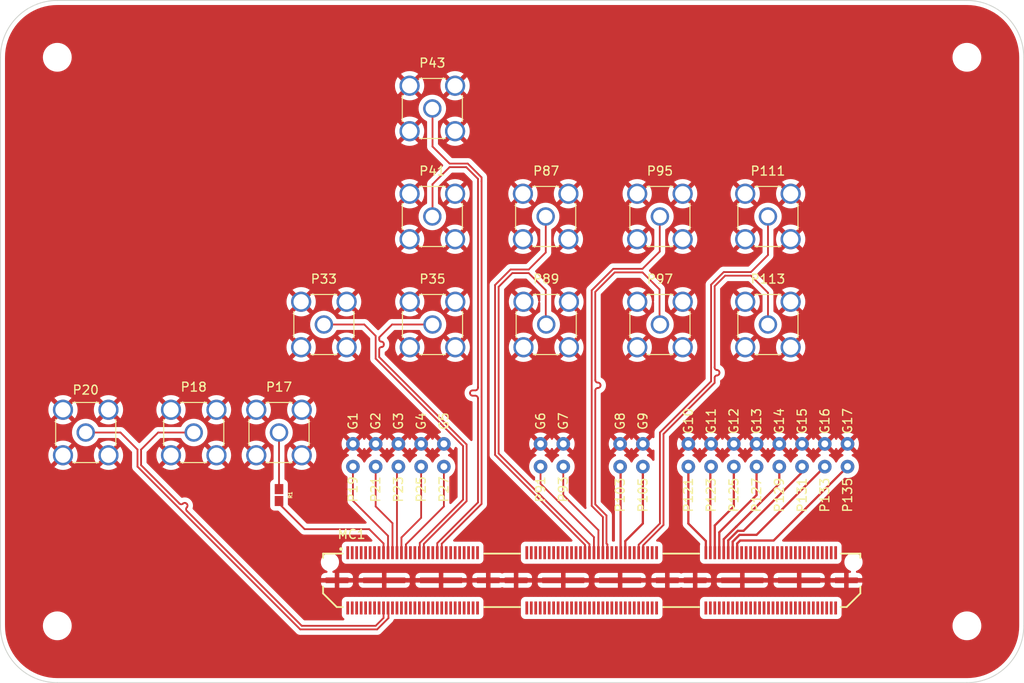
<source format=kicad_pcb>
(kicad_pcb (version 20211014) (generator pcbnew)
  (layers (0 "F.Cu" signal) (31 "B.Cu" signal) (34 "B.Paste" user) (35 "F.Paste" user) (36 "B.SilkS" user "B.Silkscreen") (37 "F.SilkS" user "F.Silkscreen") (38 "B.Mask" user) (39 "F.Mask" user) (44 "Edge.Cuts" user))
  (net 0 "")
  (net 1 "/PORTA_S16")
  (net 2 "/PORTA_S26")
  (net 3 "/PORTA_S24")
  (net 4 "/PORTA_S22")
  (net 5 "/PORTA_S20")
  (net 6 "/PORTA_S18")
  (net 7 "/PORTB_S25")
  (net 8 "/PORTB_S18")
  (net 9 "/PORTB_S16")
  (net 10 "/PORTB_S17")
  (net 11 "GND")
  (net 118 "/MC1B_1 ")
  (net 119 "/MC1B_2")
  (net 120 "/MC1B_5")
  (net 121 "/MC1B_6")
  (net 122 "/MC1B_9")
  (net 123 "/MC1B_10")
  (net 124 "/MC1B_13")
  (net 125 "/MC1B_14")
  (net 170 "/PORTA_P2C_CLK_N")
  (net 171 "/PORTA_P2C_CLK_P")
  (net 172 "/PORTA_S6_D2_N")
  (net 173 "/PORTA_S6_D2_P")
  (net 174 "/PORTB_C2P_CLK_N")
  (net 175 "/PORTB_C2P_CLK_P")
  (net 176 "/PORTB_P2C_CLK_N")
  (net 177 "/PORTB_P2C_CLK_P")
  (net 178 "/PORTB_S15_D7_N")
  (net 179 "/PORTB_S15_D7_P")
  (net 180 "Net-(P17-Pad1)")
  (net 181 "/PORTA_C2P_CLK_N")
  (net 182 "/PORTA_C2P_CLK_P")
  (footprint "Connector_Coaxial:SMA_Amphenol_901-144_Vertical" (layer "F.Cu") (at 92.075 118.11)
    (fp_text reference "P20")
    (fp_text value "PORTA_C2P_CLK_P" hide)
  )
  (footprint "QTH-090-01-X-D-A:Custom_Signal_Hole_Pad-001" (layer "F.Cu") (at 129.54 121.92)
    (fp_text reference "P25")
    (fp_text value "PORTA_S18" hide)
  )
  (footprint "Connector_Coaxial:SMA_Amphenol_901-144_Vertical" (layer "F.Cu") (at 143.44905 93.98)
    (fp_text reference "P87")
    (fp_text value "PORTB_C2P_CLK_N" hide)
  )
  (footprint "MountingHole:MountingHole_2.2mm_M2" (layer "F.Cu") (at 190.5 139.7)
    (fp_text reference "REF**" hide)
    (fp_text value "MountingHole_2.2mm_M2" hide)
  )
  (footprint "QTH-090-01-X-D-A:Custom_Signal_Hole_Pad-001" (layer "F.Cu") (at 127 119.38)
    (fp_text reference "G3")
    (fp_text value "GND" hide)
  )
  (footprint "QTH-090-01-X-D-A:Custom_Signal_Hole_Pad-001" (layer "F.Cu") (at 142.875 119.38)
    (fp_text reference "G6")
    (fp_text value "GND" hide)
  )
  (footprint "Connector_Coaxial:SMA_Amphenol_901-144_Vertical" (layer "F.Cu") (at 156.215629 106.045)
    (fp_text reference "P97")
    (fp_text value "PORTB_P2C_CLK_P" hide)
  )
  (footprint "QTH-090-01-X-D-A:Custom_Signal_Hole_Pad-001" (layer "F.Cu") (at 159.385 121.92)
    (fp_text reference "P121")
    (fp_text value "MC1B_1 " hide)
  )
  (footprint "QTH-090-01-X-D-A:Custom_Signal_Hole_Pad-001" (layer "F.Cu") (at 172.085 121.92)
    (fp_text reference "P131")
    (fp_text value "MC1B_10" hide)
  )
  (footprint "QTH-090-01-X-D-A:Custom_Signal_Hole_Pad-001" (layer "F.Cu") (at 142.875 121.92)
    (fp_text reference "P91")
    (fp_text value "PB_S25" hide)
  )
  (footprint "RCP0603W50R0GEB:RESC1608X59N" (layer "F.Cu") (at 113.665 125.095 -90)
    (fp_text reference "R1")
    (fp_text value "50")
  )
  (footprint "MountingHole:MountingHole_2.2mm_M2" (layer "F.Cu") (at 88.9 139.7)
    (fp_text reference "REF**" hide)
    (fp_text value "MountingHole_2.2mm_M2" hide)
  )
  (footprint "QTH-090-01-X-D-A:Custom_Signal_Hole_Pad-001" (layer "F.Cu") (at 132.08 119.38)
    (fp_text reference "G5")
    (fp_text value "GND" hide)
  )
  (footprint "Connector_Coaxial:SMA_Amphenol_901-144_Vertical" (layer "F.Cu") (at 130.789684 93.98)
    (fp_text reference "P41")
    (fp_text value "PORTA_S6_D2_N" hide)
  )
  (footprint "QTH-090-01-X-D-A:Custom_Signal_Hole_Pad-001" (layer "F.Cu") (at 159.385 119.38)
    (fp_text reference "G10")
    (fp_text value "GND" hide)
  )
  (footprint "Connector_Coaxial:SMA_Amphenol_901-144_Vertical" (layer "F.Cu") (at 113.665 118.11)
    (fp_text reference "P17")
    (fp_text value "PORTA_S26" hide)
  )
  (footprint "Connector_Coaxial:SMA_Amphenol_901-144_Vertical" (layer "F.Cu") (at 118.67625 106.045)
    (fp_text reference "P33")
    (fp_text value "PORTA_P2C_CLK_N" hide)
  )
  (footprint "QTH-090-01-X-D-A:Custom_Signal_Hole_Pad-001" (layer "F.Cu") (at 161.925 121.92)
    (fp_text reference "P123")
    (fp_text value "MC1B_2" hide)
  )
  (footprint "Connector_Coaxial:SMA_Amphenol_901-144_Vertical" (layer "F.Cu") (at 143.51 106.045)
    (fp_text reference "P89")
    (fp_text value "PORTB_C2P_CLK_P" hide)
  )
  (footprint "QTH-090-01-X-D-A:Custom_Signal_Hole_Pad-001" (layer "F.Cu") (at 164.465 119.38)
    (fp_text reference "G12")
    (fp_text value "GND" hide)
  )
  (footprint "QTH-090-01-X-D-A:Custom_Signal_Hole_Pad-001" (layer "F.Cu") (at 151.765 119.38)
    (fp_text reference "G8")
    (fp_text value "GND" hide)
  )
  (footprint "QTH-090-01-X-D-A:Custom_Signal_Hole_Pad-001" (layer "F.Cu") (at 154.305 119.38)
    (fp_text reference "G9")
    (fp_text value "GND" hide)
  )
  (footprint "Connector_Coaxial:SMA_Amphenol_901-144_Vertical" (layer "F.Cu") (at 168.275 93.98)
    (fp_text reference "P111")
    (fp_text value "PORTB_S15_D7_N" hide)
  )
  (footprint "QTH-090-01-X-D-A:Custom_Signal_Hole_Pad-001" (layer "F.Cu") (at 172.085 119.38)
    (fp_text reference "G15")
    (fp_text value "GND" hide)
  )
  (footprint "QTH-090-01-X-D-A:Custom_Signal_Hole_Pad-001" (layer "F.Cu") (at 177.165 119.38)
    (fp_text reference "G17")
    (fp_text value "GND" hide)
  )
  (footprint "QTH-090-01-X-D-A:Custom_Signal_Hole_Pad-001" (layer "F.Cu") (at 177.165 121.92)
    (fp_text reference "P135")
    (fp_text value "MC1B_14" hide)
  )
  (footprint "QTH-090-01-X-D-A:Custom_Signal_Hole_Pad-001" (layer "F.Cu") (at 174.625 121.92)
    (fp_text reference "P133")
    (fp_text value "MC1B_13" hide)
  )
  (footprint "QTH-090-01-X-D-A:Custom_Signal_Hole_Pad-001" (layer "F.Cu") (at 174.625 119.38)
    (fp_text reference "G16")
    (fp_text value "GND" hide)
  )
  (footprint "Connector_Coaxial:SMA_Amphenol_901-144_Vertical" (layer "F.Cu") (at 130.789684 81.915)
    (fp_text reference "P43")
    (fp_text value "PORTA_S6_D2_P" hide)
  )
  (footprint "QTH-090-01-X-D-A:Custom_Signal_Hole_Pad-001" (layer "F.Cu") (at 169.545 121.92)
    (fp_text reference "P129")
    (fp_text value "MC1B_9" hide)
  )
  (footprint "QTH-090-01-X-D-A:Custom_Signal_Hole_Pad-001" (layer "F.Cu") (at 124.46 121.92)
    (fp_text reference "P21")
    (fp_text value "PORTA_S22" hide)
  )
  (footprint "MountingHole:MountingHole_2.2mm_M2" (layer "F.Cu") (at 88.9 76.2)
    (fp_text reference "REF**" hide)
    (fp_text value "MountingHole_2.2mm_M2" hide)
  )
  (footprint "QTH-090-01-X-D-A:Custom_Signal_Hole_Pad-001" (layer "F.Cu") (at 145.415 119.38)
    (fp_text reference "G7")
    (fp_text value "GND" hide)
  )
  (footprint "QTH-090-01-X-D-A:Custom_Signal_Hole_Pad-001" (layer "F.Cu") (at 169.545 119.38)
    (fp_text reference "G14")
    (fp_text value "GND" hide)
  )
  (footprint "Connector_Coaxial:SMA_Amphenol_901-144_Vertical" (layer "F.Cu") (at 104.14 118.11)
    (fp_text reference "P18")
    (fp_text value "PORTA_C2P_CLK_N" hide)
  )
  (footprint "Connector_Coaxial:SMA_Amphenol_901-144_Vertical" (layer "F.Cu") (at 130.81 106.045)
    (fp_text reference "P35")
    (fp_text value "PORTA_P2C_CLK_P" hide)
  )
  (footprint "QTH-090-01-X-D-A:Custom_Signal_Hole_Pad-001" (layer "F.Cu") (at 124.46 119.38)
    (fp_text reference "G2")
    (fp_text value "GND" hide)
  )
  (footprint "QTH-090-01-X-D-A:SAMTEC_QTH-090-01-X-D-A" (layer "F.Cu") (at 148.59 134.62)
    (fp_text reference "MC1")
    (fp_text value "QTH-090-01-F-D-A")
  )
  (footprint "QTH-090-01-X-D-A:Custom_Signal_Hole_Pad-001" (layer "F.Cu") (at 164.465 121.92)
    (fp_text reference "P125")
    (fp_text value "MC1B_5" hide)
  )
  (footprint "Connector_Coaxial:SMA_Amphenol_901-144_Vertical" (layer "F.Cu") (at 156.21 93.98)
    (fp_text reference "P95")
    (fp_text value "PORTB_P2C_CLK_N" hide)
  )
  (footprint "QTH-090-01-X-D-A:Custom_Signal_Hole_Pad-001" (layer "F.Cu") (at 129.54 119.38)
    (fp_text reference "G4")
    (fp_text value "GND" hide)
  )
  (footprint "QTH-090-01-X-D-A:Custom_Signal_Hole_Pad-001" (layer "F.Cu") (at 145.415 121.92)
    (fp_text reference "P93")
    (fp_text value "PB_S18" hide)
  )
  (footprint "QTH-090-01-X-D-A:Custom_Signal_Hole_Pad-001" (layer "F.Cu") (at 167.005 121.92)
    (fp_text reference "P127")
    (fp_text value "MC1B_6" hide)
  )
  (footprint "QTH-090-01-X-D-A:Custom_Signal_Hole_Pad-001" (layer "F.Cu") (at 167.005 119.38)
    (fp_text reference "G13")
    (fp_text value "GND" hide)
  )
  (footprint "QTH-090-01-X-D-A:Custom_Signal_Hole_Pad-001" (layer "F.Cu") (at 127 121.92)
    (fp_text reference "P23")
    (fp_text value "PORTA_S20" hide)
  )
  (footprint "QTH-090-01-X-D-A:Custom_Signal_Hole_Pad-001" (layer "F.Cu") (at 121.92 119.38)
    (fp_text reference "G1")
    (fp_text value "GND" hide)
  )
  (footprint "MountingHole:MountingHole_2.2mm_M2" (layer "F.Cu") (at 190.5 76.2)
    (fp_text reference "REF**" hide)
    (fp_text value "MountingHole_2.2mm_M2" hide)
  )
  (footprint "QTH-090-01-X-D-A:Custom_Signal_Hole_Pad-001" (layer "F.Cu") (at 151.765 121.92)
    (fp_text reference "P103")
    (fp_text value "PB_S16" hide)
  )
  (footprint "QTH-090-01-X-D-A:Custom_Signal_Hole_Pad-001" (layer "F.Cu") (at 154.305 121.92)
    (fp_text reference "P105")
    (fp_text value "PB_S17" hide)
  )
  (footprint "QTH-090-01-X-D-A:Custom_Signal_Hole_Pad-001" (layer "F.Cu") (at 132.08 121.92)
    (fp_text reference "P27")
    (fp_text value "PORTA_S16" hide)
  )
  (footprint "QTH-090-01-X-D-A:Custom_Signal_Hole_Pad-001" (layer "F.Cu") (at 161.925 119.38)
    (fp_text reference "G11")
    (fp_text value "GND" hide)
  )
  (footprint "QTH-090-01-X-D-A:Custom_Signal_Hole_Pad-001" (layer "F.Cu") (at 121.92 121.92)
    (fp_text reference "P19")
    (fp_text value "PORTA_S24" hide)
  )
  (footprint "Connector_Coaxial:SMA_Amphenol_901-144_Vertical" (layer "F.Cu") (at 168.275 106.045)
    (fp_text reference "P113")
    (fp_text value "PORTB_S15_D7_P" hide)
  )
  (gr_line (start 88.9 146.05) (end 190.5 146.05) (layer "Edge.Cuts") (width 0.1))
  (gr_line (start 190.5 69.85) (end 88.9 69.85) (layer "Edge.Cuts") (width 0.1))
  (gr_arc (start 196.85 139.7) (mid 194.990128 144.190128) (end 190.5 146.05) (layer "Edge.Cuts") (width 0.1))
  (gr_line (start 196.85 139.7) (end 196.85 76.2) (layer "Edge.Cuts") (width 0.1))
  (gr_arc (start 190.5 69.85) (mid 194.990128 71.709872) (end 196.85 76.2) (layer "Edge.Cuts") (width 0.1))
  (gr_arc (start 88.9 146.05) (mid 84.409872 144.190128) (end 82.55 139.7) (layer "Edge.Cuts") (width 0.1))
  (gr_arc (start 82.55 76.2) (mid 84.409872 71.709872) (end 88.9 69.85) (layer "Edge.Cuts") (width 0.1))
  (gr_line (start 82.55 76.2) (end 82.55 139.7) (layer "Edge.Cuts") (width 0.1))
  (segment (start 127.84 131.534) (end 127.84 130.605) (width 0.2) (layer "F.Cu") (net 1))
  (segment (start 127.84 130.605) (end 132.08 126.365) (width 0.2) (layer "F.Cu") (net 1))
  (segment (start 132.08 126.365) (end 132.08 121.92) (width 0.2) (layer "F.Cu") (net 1))
  (segment (start 113.665 125.759) (end 113.665 126.0475) (width 0.2) (layer "F.Cu") (net 2))
  (segment (start 116.5225 128.905) (end 123.7385 128.905) (width 0.2) (layer "F.Cu") (net 2))
  (segment (start 123.7385 128.905) (end 125.34 130.5065) (width 0.2) (layer "F.Cu") (net 2))
  (segment (start 125.34 130.5065) (end 125.34 131.534) (width 0.2) (layer "F.Cu") (net 2))
  (segment (start 113.665 126.0475) (end 116.5225 128.905) (width 0.2) (layer "F.Cu") (net 2))
  (segment (start 125.84 131.534) (end 125.84 129.65) (width 0.2) (layer "F.Cu") (net 3))
  (segment (start 125.84 129.65) (end 121.92 125.73) (width 0.2) (layer "F.Cu") (net 3))
  (segment (start 121.92 125.73) (end 121.92 121.92) (width 0.2) (layer "F.Cu") (net 3))
  (segment (start 126.34 128.245) (end 124.46 126.365) (width 0.2) (layer "F.Cu") (net 4))
  (segment (start 124.46 126.365) (end 124.46 121.92) (width 0.2) (layer "F.Cu") (net 4))
  (segment (start 126.34 131.534) (end 126.34 128.245) (width 0.2) (layer "F.Cu") (net 4))
  (segment (start 126.84 122.08) (end 127 121.92) (width 0.25) (layer "F.Cu") (net 5))
  (segment (start 126.84 131.534) (end 126.84 122.08) (width 0.2) (layer "F.Cu") (net 5))
  (segment (start 127.34 131.534) (end 127.34 129.835) (width 0.2) (layer "F.Cu") (net 6))
  (segment (start 129.54 127.635) (end 129.54 121.92) (width 0.2) (layer "F.Cu") (net 6))
  (segment (start 127.34 129.835) (end 129.54 127.635) (width 0.2) (layer "F.Cu") (net 6))
  (segment (start 142.875 123.825) (end 148.84 129.79) (width 0.2) (layer "F.Cu") (net 7))
  (segment (start 142.875 121.92) (end 142.875 123.825) (width 0.2) (layer "F.Cu") (net 7))
  (segment (start 148.84 129.79) (end 148.84 131.534) (width 0.2) (layer "F.Cu") (net 7))
  (segment (start 145.415 121.92) (end 145.415 122.555) (width 0.25) (layer "F.Cu") (net 8))
  (segment (start 145.415 125.095) (end 149.34 129.02) (width 0.2) (layer "F.Cu") (net 8))
  (segment (start 145.415 122.555) (end 145.415 125.095) (width 0.2) (layer "F.Cu") (net 8))
  (segment (start 149.34 129.02) (end 149.34 131.534) (width 0.2) (layer "F.Cu") (net 8))
  (segment (start 151.765 121.92) (end 151.8175 121.9725) (width 0.25) (layer "F.Cu") (net 9))
  (segment (start 151.8175 121.9725) (end 151.8175 132.08) (width 0.25) (layer "F.Cu") (net 9))
  (segment (start 154.305 128.27) (end 154.305 121.92) (width 0.25) (layer "F.Cu") (net 10))
  (segment (start 152.34 130.235) (end 154.305 128.27) (width 0.25) (layer "F.Cu") (net 10))
  (segment (start 152.34 131.534) (end 152.34 130.235) (width 0.25) (layer "F.Cu") (net 10))
  (segment (start 165.415 134.62) (end 171.765 134.62) (width 0.25) (layer "F.Cu") (net 11))
  (segment (start 140.145 134.62) (end 145.415 134.62) (width 0.25) (layer "F.Cu") (net 11))
  (segment (start 171.765 134.62) (end 177.035 134.62) (width 0.25) (layer "F.Cu") (net 11))
  (segment (start 157.035 134.62) (end 160.145 134.62) (width 0.25) (layer "F.Cu") (net 11))
  (segment (start 131.765 134.62) (end 137.035 134.62) (width 0.25) (layer "F.Cu") (net 11))
  (segment (start 125.415 134.62) (end 131.765 134.62) (width 0.25) (layer "F.Cu") (net 11))
  (segment (start 137.035 134.62) (end 140.145 134.62) (width 0.25) (layer "F.Cu") (net 11))
  (segment (start 120.145 134.62) (end 125.415 134.62) (width 0.25) (layer "F.Cu") (net 11))
  (segment (start 160.145 134.62) (end 165.415 134.62) (width 0.25) (layer "F.Cu") (net 11))
  (segment (start 151.765 134.62) (end 157.035 134.62) (width 0.25) (layer "F.Cu") (net 11))
  (segment (start 145.415 134.62) (end 151.765 134.62) (width 0.25) (layer "F.Cu") (net 11))
  (segment (start 161.34 131.534) (end 161.34 130.225) (width 0.25) (layer "F.Cu") (net 118))
  (segment (start 159.385 128.27) (end 159.385 121.92) (width 0.25) (layer "F.Cu") (net 118))
  (segment (start 161.34 130.225) (end 159.385 128.27) (width 0.25) (layer "F.Cu") (net 118))
  (segment (start 161.84 131.534) (end 161.84 122.005) (width 0.25) (layer "F.Cu") (net 119))
  (segment (start 161.84 122.005) (end 161.925 121.92) (width 0.25) (layer "F.Cu") (net 119))
  (segment (start 162.34 131.534) (end 162.34 128.49) (width 0.25) (layer "F.Cu") (net 120))
  (segment (start 164.465 126.365) (end 164.465 121.92) (width 0.25) (layer "F.Cu") (net 120))
  (segment (start 162.34 128.49) (end 164.465 126.365) (width 0.25) (layer "F.Cu") (net 120))
  (segment (start 162.84 131.534) (end 162.84 129.26) (width 0.25) (layer "F.Cu") (net 121))
  (segment (start 162.84 129.26) (end 167.005 125.095) (width 0.25) (layer "F.Cu") (net 121))
  (segment (start 167.005 125.095) (end 167.005 121.92) (width 0.25) (layer "F.Cu") (net 121))
  (segment (start 169.545 121.92) (end 169.545 123.825) (width 0.25) (layer "F.Cu") (net 122))
  (segment (start 169.545 123.825) (end 164.73 128.64) (width 0.25) (layer "F.Cu") (net 122))
  (segment (start 164.73 128.64) (end 164.725812 128.64) (width 0.25) (layer "F.Cu") (net 122))
  (segment (start 164.725812 128.64) (end 163.34 130.025812) (width 0.25) (layer "F.Cu") (net 122))
  (segment (start 163.34 130.025812) (end 163.34 131.534) (width 0.25) (layer "F.Cu") (net 122))
  (segment (start 172.085 121.92) (end 172.085 122.555) (width 0.25) (layer "F.Cu") (net 123))
  (segment (start 164.912208 129.09) (end 163.84 130.162208) (width 0.25) (layer "F.Cu") (net 123))
  (segment (start 172.085 122.555) (end 165.55 129.09) (width 0.25) (layer "F.Cu") (net 123))
  (segment (start 165.55 129.09) (end 164.912208 129.09) (width 0.25) (layer "F.Cu") (net 123))
  (segment (start 163.84 130.162208) (end 163.84 131.534) (width 0.25) (layer "F.Cu") (net 123))
  (segment (start 167.005 129.54) (end 165.098604 129.54) (width 0.25) (layer "F.Cu") (net 124))
  (segment (start 165.098604 129.54) (end 164.34 130.298604) (width 0.25) (layer "F.Cu") (net 124))
  (segment (start 174.625 121.92) (end 167.005 129.54) (width 0.25) (layer "F.Cu") (net 124))
  (segment (start 164.34 130.298604) (end 164.34 131.534) (width 0.25) (layer "F.Cu") (net 124))
  (segment (start 168.91 130.175) (end 165.1715 130.175) (width 0.25) (layer "F.Cu") (net 125))
  (segment (start 164.84 130.5065) (end 164.84 131.534) (width 0.25) (layer "F.Cu") (net 125))
  (segment (start 165.1715 130.175) (end 164.84 130.5065) (width 0.25) (layer "F.Cu") (net 125))
  (segment (start 177.165 121.92) (end 168.91 130.175) (width 0.25) (layer "F.Cu") (net 125))
  (segment (start 123.19 106.045) (end 118.67625 106.045) (width 0.2) (layer "F.Cu") (net 170))
  (segment (start 129.3875 130.443314) (end 134.22 125.610814) (width 0.2) (layer "F.Cu") (net 170))
  (segment (start 134.22 119.615) (end 124.46 109.855) (width 0.2) (layer "F.Cu") (net 170))
  (segment (start 124.46 109.855) (end 124.46 107.315) (width 0.2) (layer "F.Cu") (net 170))
  (segment (start 124.46 107.315) (end 123.19 106.045) (width 0.2) (layer "F.Cu") (net 170))
  (segment (start 134.22 125.610814) (end 134.22 119.615) (width 0.2) (layer "F.Cu") (net 170))
  (segment (start 129.3875 132.08) (end 129.3875 130.443314) (width 0.2) (layer "F.Cu") (net 170))
  (segment (start 125.113401 107.9666) (end 125.1134 107.9666) (width 0.2) (layer "F.Cu") (net 171))
  (segment (start 125.1134 108.5666) (end 125.113401 108.5666) (width 0.2) (layer "F.Cu") (net 171))
  (segment (start 134.62 119.449315) (end 124.86 109.689314) (width 0.2) (layer "F.Cu") (net 171))
  (segment (start 124.86 109.689314) (end 124.86 108.82) (width 0.2) (layer "F.Cu") (net 171))
  (segment (start 129.84 131.534) (end 129.84 130.5565) (width 0.2) (layer "F.Cu") (net 171))
  (segment (start 134.62 125.7765) (end 134.62 119.449315) (width 0.2) (layer "F.Cu") (net 171))
  (segment (start 124.86 107.480686) (end 126.295686 106.045) (width 0.2) (layer "F.Cu") (net 171))
  (segment (start 126.295686 106.045) (end 130.81 106.045) (width 0.2) (layer "F.Cu") (net 171))
  (segment (start 125.366801 108.3132) (end 125.366801 108.22) (width 0.2) (layer "F.Cu") (net 171))
  (segment (start 124.86 107.62) (end 124.86 107.480686) (width 0.2) (layer "F.Cu") (net 171))
  (segment (start 124.86 107.7132) (end 124.86 107.62) (width 0.2) (layer "F.Cu") (net 171))
  (segment (start 129.84 130.5565) (end 134.62 125.7765) (width 0.2) (layer "F.Cu") (net 171))
  (arc (start 124.86 108.82) (mid 124.934219 108.640819) (end 125.1134 108.5666) (width 0.2) (layer "F.Cu") (net 171))
  (arc (start 125.1134 107.9666) (mid 124.934219 107.892381) (end 124.86 107.7132) (width 0.2) (layer "F.Cu") (net 171))
  (arc (start 125.113401 108.5666) (mid 125.292582 108.492381) (end 125.366801 108.3132) (width 0.2) (layer "F.Cu") (net 171))
  (arc (start 125.366801 108.22) (mid 125.292582 108.040819) (end 125.113401 107.9666) (width 0.2) (layer "F.Cu") (net 171))
  (segment (start 131.34 131.534) (end 131.34 130.469604) (width 0.2) (layer "F.Cu") (net 172))
  (segment (start 131.34 130.469604) (end 135.89 125.919604) (width 0.2) (layer "F.Cu") (net 172))
  (segment (start 135.89 89.784595) (end 135.89123 89.783365) (width 0.2) (layer "F.Cu") (net 172))
  (segment (start 135.89 113.1) (end 135.89 113.05) (width 0.2) (layer "F.Cu") (net 172))
  (segment (start 135.89 125.919604) (end 135.89 114.3) (width 0.2) (layer "F.Cu") (net 172))
  (segment (start 130.81123 90.37686) (end 130.81123 93.958454) (width 0.2) (layer "F.Cu") (net 172))
  (segment (start 132.71623 88.47186) (end 130.81123 90.37686) (width 0.2) (layer "F.Cu") (net 172))
  (segment (start 135.59 114) (end 135.297455 114) (width 0.2) (layer "F.Cu") (net 172))
  (segment (start 134.579725 88.47186) (end 132.71623 88.47186) (width 0.2) (layer "F.Cu") (net 172))
  (segment (start 135.89123 89.783365) (end 134.579725 88.47186) (width 0.2) (layer "F.Cu") (net 172))
  (segment (start 130.81123 93.958454) (end 130.789684 93.98) (width 0.2) (layer "F.Cu") (net 172))
  (segment (start 135.89 113.05) (end 135.89 89.784595) (width 0.2) (layer "F.Cu") (net 172))
  (segment (start 135.297455 113.4) (end 135.59 113.4) (width 0.2) (layer "F.Cu") (net 172))
  (arc (start 134.997455 113.7) (mid 135.085323 113.487868) (end 135.297455 113.4) (width 0.2) (layer "F.Cu") (net 172))
  (arc (start 135.89 114.3) (mid 135.802132 114.087868) (end 135.59 114) (width 0.2) (layer "F.Cu") (net 172))
  (arc (start 135.297455 114) (mid 135.085323 113.912132) (end 134.997455 113.7) (width 0.2) (layer "F.Cu") (net 172))
  (arc (start 135.59 113.4) (mid 135.802132 113.312132) (end 135.89 113.1) (width 0.2) (layer "F.Cu") (net 172))
  (segment (start 131.84 130.53529) (end 131.84 131.534) (width 0.2) (layer "F.Cu") (net 173))
  (segment (start 136.29 126.08529) (end 131.84 130.53529) (width 0.2) (layer "F.Cu") (net 173))
  (segment (start 134.745411 88.07186) (end 136.29123 89.617679) (width 0.2) (layer "F.Cu") (net 173))
  (segment (start 132.71623 88.07186) (end 134.745411 88.07186) (width 0.2) (layer "F.Cu") (net 173))
  (segment (start 136.29123 89.617679) (end 136.29123 90.044589) (width 0.2) (layer "F.Cu") (net 173))
  (segment (start 130.789684 81.915) (end 130.81 81.935316) (width 0.2) (layer "F.Cu") (net 173))
  (segment (start 136.29123 90.044589) (end 136.29 90.045819) (width 0.2) (layer "F.Cu") (net 173))
  (segment (start 136.29 90.045819) (end 136.29 126.08529) (width 0.2) (layer "F.Cu") (net 173))
  (segment (start 130.789684 81.915) (end 130.81123 81.936546) (width 0.2) (layer "F.Cu") (net 173))
  (segment (start 130.81123 81.936546) (end 130.81123 86.16686) (width 0.2) (layer "F.Cu") (net 173))
  (segment (start 130.81123 86.16686) (end 132.71623 88.07186) (width 0.2) (layer "F.Cu") (net 173))
  (segment (start 143.459338 93.990288) (end 143.459338 97.997824) (width 0.2) (layer "F.Cu") (net 174))
  (segment (start 147.84 130.658593) (end 147.84 131.534) (width 0.2) (layer "F.Cu") (net 174))
  (segment (start 141.554338 99.902824) (end 139.526833 99.902824) (width 0.2) (layer "F.Cu") (net 174))
  (segment (start 143.44905 93.98) (end 143.459338 93.990288) (width 0.2) (layer "F.Cu") (net 174))
  (segment (start 137.795 101.634657) (end 137.795 120.613593) (width 0.2) (layer "F.Cu") (net 174))
  (segment (start 139.526833 99.902824) (end 137.795 101.634657) (width 0.2) (layer "F.Cu") (net 174))
  (segment (start 143.459338 97.997824) (end 141.554338 99.902824) (width 0.2) (layer "F.Cu") (net 174))
  (segment (start 137.795 120.613593) (end 147.84 130.658593) (width 0.2) (layer "F.Cu") (net 174))
  (segment (start 143.459338 105.994338) (end 143.459338 102.207824) (width 0.2) (layer "F.Cu") (net 175))
  (segment (start 138.195 101.835) (end 138.195 120.447907) (width 0.2) (layer "F.Cu") (net 175))
  (segment (start 141.554338 100.302824) (end 139.727176 100.302824) (width 0.2) (layer "F.Cu") (net 175))
  (segment (start 148.34 130.592907) (end 148.34 131.534) (width 0.2) (layer "F.Cu") (net 175))
  (segment (start 139.727176 100.302824) (end 138.195 101.835) (width 0.2) (layer "F.Cu") (net 175))
  (segment (start 143.459338 102.207824) (end 141.554338 100.302824) (width 0.2) (layer "F.Cu") (net 175))
  (segment (start 138.195 120.447907) (end 148.34 130.592907) (width 0.2) (layer "F.Cu") (net 175))
  (segment (start 156.192852 97.894749) (end 154.262391 99.82521) (width 0.2) (layer "F.Cu") (net 176))
  (segment (start 156.21 93.98) (end 156.192852 93.997148) (width 0.2) (layer "F.Cu") (net 176))
  (segment (start 156.192852 93.997148) (end 156.192852 97.894749) (width 0.2) (layer "F.Cu") (net 176))
  (segment (start 149.84 127.545686) (end 149.84 131.534) (width 0.2) (layer "F.Cu") (net 176))
  (segment (start 154.262391 99.82521) (end 150.99979 99.82521) (width 0.2) (layer "F.Cu") (net 176))
  (segment (start 148.59 102.235) (end 148.59 126.295686) (width 0.2) (layer "F.Cu") (net 176))
  (segment (start 150.99979 99.82521) (end 148.59 102.235) (width 0.2) (layer "F.Cu") (net 176))
  (segment (start 148.59 126.295686) (end 149.84 127.545686) (width 0.2) (layer "F.Cu") (net 176))
  (segment (start 148.99 112.23) (end 148.99 102.400686) (width 0.2) (layer "F.Cu") (net 177))
  (segment (start 154.262391 100.22521) (end 156.167391 102.13021) (width 0.2) (layer "F.Cu") (net 177))
  (segment (start 151.165476 100.22521) (end 154.262391 100.22521) (width 0.2) (layer "F.Cu") (net 177))
  (segment (start 156.184539 106.01391) (end 156.215629 106.045) (width 0.2) (layer "F.Cu") (net 177))
  (segment (start 150.24 130.509) (end 150.24 127.380001) (width 0.2) (layer "F.Cu") (net 177))
  (segment (start 156.167391 102.13021) (end 156.167391 105.996762) (width 0.2) (layer "F.Cu") (net 177))
  (segment (start 148.99 126.130001) (end 148.99 113.43) (width 0.2) (layer "F.Cu") (net 177))
  (segment (start 148.99 112.24433) (end 148.99 112.23) (width 0.2) (layer "F.Cu") (net 177))
  (segment (start 150.34 131.534) (end 150.34 130.609) (width 0.2) (layer "F.Cu") (net 177))
  (segment (start 156.167391 105.996762) (end 156.215629 106.045) (width 0.2) (layer "F.Cu") (net 177))
  (segment (start 148.99 102.400686) (end 151.165476 100.22521) (width 0.2) (layer "F.Cu") (net 177))
  (segment (start 150.24 127.380001) (end 148.99 126.130001) (width 0.2) (layer "F.Cu") (net 177))
  (segment (start 149.57567 112.84433) (end 149.57567 112.83) (width 0.2) (layer "F.Cu") (net 177))
  (segment (start 150.34 130.609) (end 150.24 130.509) (width 0.2) (layer "F.Cu") (net 177))
  (arc (start 149.282835 112.537165) (mid 149.075769 112.451396) (end 148.99 112.24433) (width 0.2) (layer "F.Cu") (net 177))
  (arc (start 149.57567 112.83) (mid 149.489901 112.622934) (end 149.282835 112.537165) (width 0.2) (layer "F.Cu") (net 177))
  (arc (start 148.99 113.43) (mid 149.075769 113.222934) (end 149.282835 113.137165) (width 0.2) (layer "F.Cu") (net 177))
  (arc (start 149.282835 113.137165) (mid 149.489901 113.051396) (end 149.57567 112.84433) (width 0.2) (layer "F.Cu") (net 177))
  (segment (start 153.84 130.64) (end 153.84 131.534) (width 0.2) (layer "F.Cu") (net 178))
  (segment (start 168.280629 98.283752) (end 166.375629 100.188752) (width 0.2) (layer "F.Cu") (net 178))
  (segment (start 156.21 128.27) (end 153.84 130.64) (width 0.2) (layer "F.Cu") (net 178))
  (segment (start 168.280629 94.405002) (end 168.280629 98.283752) (width 0.2) (layer "F.Cu") (net 178))
  (segment (start 163.336248 100.188752) (end 161.925 101.6) (width 0.2) (layer "F.Cu") (net 178))
  (segment (start 161.925 112.395) (end 156.21 118.11) (width 0.2) (layer "F.Cu") (net 178))
  (segment (start 156.21 118.11) (end 156.21 128.27) (width 0.2) (layer "F.Cu") (net 178))
  (segment (start 166.375629 100.188752) (end 163.336248 100.188752) (width 0.2) (layer "F.Cu") (net 178))
  (segment (start 161.925 101.6) (end 161.925 112.395) (width 0.2) (layer "F.Cu") (net 178))
  (segment (start 162.588241 111.13176) (end 162.58824 111.13176) (width 0.2) (layer "F.Cu") (net 179))
  (segment (start 162.325 110.86852) (end 162.325 110.795) (width 0.2) (layer "F.Cu") (net 179))
  (segment (start 168.280629 102.493752) (end 168.280629 106.538752) (width 0.2) (layer "F.Cu") (net 179))
  (segment (start 154.34 130.705686) (end 156.61 128.435686) (width 0.2) (layer "F.Cu") (net 179))
  (segment (start 162.325 101.765686) (end 163.501934 100.588752) (width 0.2) (layer "F.Cu") (net 179))
  (segment (start 156.61 128.435686) (end 156.61 118.275686) (width 0.2) (layer "F.Cu") (net 179))
  (segment (start 154.34 131.534) (end 154.34 130.705686) (width 0.2) (layer "F.Cu") (net 179))
  (segment (start 156.61 118.275686) (end 162.325 112.560686) (width 0.2) (layer "F.Cu") (net 179))
  (segment (start 162.58824 111.73176) (end 162.588241 111.73176) (width 0.2) (layer "F.Cu") (net 179))
  (segment (start 162.851481 111.46852) (end 162.851481 111.395) (width 0.2) (layer "F.Cu") (net 179))
  (segment (start 162.325 110.795) (end 162.325 101.765686) (width 0.2) (layer "F.Cu") (net 179))
  (segment (start 166.375629 100.588752) (end 168.280629 102.493752) (width 0.2) (layer "F.Cu") (net 179))
  (segment (start 162.325 112.560686) (end 162.325 111.995) (width 0.2) (layer "F.Cu") (net 179))
  (segment (start 163.501934 100.588752) (end 166.375629 100.588752) (width 0.2) (layer "F.Cu") (net 179))
  (arc (start 162.325 111.995) (mid 162.402101 111.808861) (end 162.58824 111.73176) (width 0.2) (layer "F.Cu") (net 179))
  (arc (start 162.588241 111.73176) (mid 162.77438 111.654659) (end 162.851481 111.46852) (width 0.2) (layer "F.Cu") (net 179))
  (arc (start 162.58824 111.13176) (mid 162.402101 111.054659) (end 162.325 110.86852) (width 0.2) (layer "F.Cu") (net 179))
  (arc (start 162.851481 111.395) (mid 162.77438 111.208861) (end 162.588241 111.13176) (width 0.2) (layer "F.Cu") (net 179))
  (segment (start 113.665 118.745) (end 113.665 124.431) (width 0.2) (layer "F.Cu") (net 180))
  (segment (start 103.365688 126.86097) (end 103.400888 126.896169) (width 0.2) (layer "F.Cu") (net 181))
  (segment (start 103.365687 126.471904) (end 103.365688 126.471906) (width 0.2) (layer "F.Cu") (net 181))
  (segment (start 125.34 138.82) (end 125.34 137.706) (width 0.2) (layer "F.Cu") (net 181))
  (segment (start 104.20875 118.11) (end 100.16375 118.11) (width 0.2) (layer "F.Cu") (net 181))
  (segment (start 116.204719 139.7) (end 124.46 139.7) (width 0.2) (layer "F.Cu") (net 181))
  (segment (start 98.25875 121.754031) (end 102.55236 126.047641) (width 0.2) (layer "F.Cu") (net 181))
  (segment (start 103.330488 126.047641) (end 103.365687 126.08284) (width 0.2) (layer "F.Cu") (net 181))
  (segment (start 100.16375 118.11) (end 98.25875 120.015) (width 0.2) (layer "F.Cu") (net 181))
  (segment (start 103.400888 126.896169) (end 116.204719 139.7) (width 0.2) (layer "F.Cu") (net 181))
  (segment (start 98.25875 120.015) (end 98.25875 121.754031) (width 0.2) (layer "F.Cu") (net 181))
  (segment (start 102.941425 126.04764) (end 102.941424 126.047641) (width 0.2) (layer "F.Cu") (net 181))
  (segment (start 124.46 139.7) (end 125.34 138.82) (width 0.2) (layer "F.Cu") (net 181))
  (arc (start 102.55236 126.047641) (mid 102.746893 126.128218) (end 102.941425 126.04764) (width 0.2) (layer "F.Cu") (net 181))
  (arc (start 102.941424 126.047641) (mid 103.135956 125.967063) (end 103.330488 126.047641) (width 0.2) (layer "F.Cu") (net 181))
  (arc (start 103.365687 126.08284) (mid 103.446265 126.277372) (end 103.365687 126.471904) (width 0.2) (layer "F.Cu") (net 181))
  (arc (start 103.365688 126.471906) (mid 103.28511 126.666438) (end 103.365688 126.86097) (width 0.2) (layer "F.Cu") (net 181))
  (segment (start 97.85875 121.919717) (end 116.039033 140.1) (width 0.2) (layer "F.Cu") (net 182))
  (segment (start 125.8875 138.838186) (end 125.8875 138.341) (width 0.2) (layer "F.Cu") (net 182))
  (segment (start 92.075 118.11) (end 95.95375 118.11) (width 0.2) (layer "F.Cu") (net 182))
  (segment (start 95.95375 118.11) (end 97.85875 120.015) (width 0.2) (layer "F.Cu") (net 182))
  (segment (start 116.039033 140.1) (end 124.625686 140.1) (width 0.2) (layer "F.Cu") (net 182))
  (segment (start 124.625686 140.1) (end 125.8875 138.838186) (width 0.2) (layer "F.Cu") (net 182))
  (segment (start 97.85875 120.015) (end 97.85875 121.919717) (width 0.2) (layer "F.Cu") (net 182))
  (zone (net 11) (net_name "GND") (layer "F.Cu") (connect_pads (clearance 0.508)) (min_thickness 0.254) (fill yes (thermal_gap 0.508) (thermal_bridge_width 0.508))
    (polygon (pts (xy 196.85 146.05) (xy 82.55 146.05) (xy 82.55 69.85) (xy 196.85 69.85)))
  )
)
</source>
